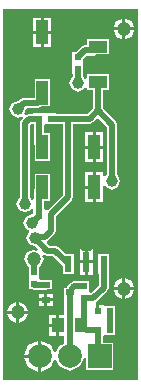
<source format=gtl>
G04*
G04 #@! TF.GenerationSoftware,Altium Limited,Altium Designer,20.1.7 (139)*
G04*
G04 Layer_Physical_Order=1*
G04 Layer_Color=255*
%FSLAX44Y44*%
%MOMM*%
G71*
G04*
G04 #@! TF.SameCoordinates,EAEC4F56-8EE0-43A8-A4D0-7A7E52DB7783*
G04*
G04*
G04 #@! TF.FilePolarity,Positive*
G04*
G01*
G75*
%ADD10C,0.3000*%
%ADD11R,1.0000X2.0000*%
%ADD12R,0.7000X0.5000*%
%ADD13R,0.6000X0.6000*%
%ADD14R,0.6000X0.6000*%
%ADD15R,0.6000X1.4000*%
%ADD16R,0.6000X1.8000*%
%ADD17R,1.0000X1.2500*%
%ADD18R,1.6000X1.0000*%
%ADD19R,1.0000X2.0000*%
%ADD20C,0.5000*%
%ADD21C,0.2500*%
%ADD22R,2.0000X2.0000*%
%ADD23C,2.0000*%
%ADD24C,1.2000*%
%ADD25C,1.0000*%
G36*
X117002Y2998D02*
X2998D01*
Y317002D01*
X117002D01*
X117002Y2998D01*
D02*
G37*
%LPC*%
G36*
X106270Y308718D02*
Y301270D01*
X113718D01*
X111536Y306536D01*
X106270Y308718D01*
D02*
G37*
G36*
X103730D02*
X98464Y306536D01*
X96282Y301270D01*
X103730D01*
Y308718D01*
D02*
G37*
G36*
X43540Y309540D02*
X37270D01*
Y298270D01*
X43540D01*
Y309540D01*
D02*
G37*
G36*
X34730D02*
X28460D01*
Y298270D01*
X34730D01*
Y309540D01*
D02*
G37*
G36*
X113718Y298730D02*
X106270D01*
Y291283D01*
X111536Y293464D01*
X113718Y298730D01*
D02*
G37*
G36*
X103730D02*
X96282D01*
X98464Y293464D01*
X103730Y291283D01*
Y298730D01*
D02*
G37*
G36*
X43540Y295730D02*
X37270D01*
Y284460D01*
X43540D01*
Y295730D01*
D02*
G37*
G36*
X34730D02*
X28460D01*
Y284460D01*
X34730D01*
Y295730D01*
D02*
G37*
G36*
X92500Y291500D02*
X73500D01*
Y286072D01*
X71743D01*
X68681Y284804D01*
X64377Y280500D01*
X61500D01*
X61500Y271000D01*
X61500Y269500D01*
Y261500D01*
X61670D01*
Y259242D01*
X61025Y258975D01*
X58964Y254000D01*
X61025Y249025D01*
X66000Y246964D01*
X70975Y249025D01*
X71500Y250293D01*
X73500Y249895D01*
Y248500D01*
X78671D01*
Y232793D01*
X74207Y228330D01*
X47500D01*
Y228500D01*
X38000Y228500D01*
X36500Y228500D01*
X28500D01*
Y227830D01*
X24500D01*
X22053Y226816D01*
X20460Y228196D01*
X22036Y232000D01*
X23716Y233170D01*
X32500D01*
X35561Y234438D01*
X35623Y234500D01*
X42500D01*
Y257500D01*
X29500D01*
Y241829D01*
X20500D01*
X17438Y240561D01*
X15645Y238768D01*
X15000Y239035D01*
X10025Y236975D01*
X7964Y232000D01*
X10025Y227025D01*
X15000Y224964D01*
X18436Y226388D01*
X19569Y224692D01*
X17938Y223062D01*
X16670Y220000D01*
Y157242D01*
X16025Y156975D01*
X13964Y152000D01*
X16025Y147025D01*
X21000Y144965D01*
X25975Y147025D01*
X26301Y147812D01*
X28356Y147547D01*
X28500Y146500D01*
D01*
X28481Y144508D01*
X27000Y143036D01*
X22025Y140975D01*
X19964Y136000D01*
X22025Y131025D01*
X24543Y129982D01*
Y128153D01*
X24472Y127847D01*
X22464Y123000D01*
X24525Y118025D01*
X29500Y115964D01*
X30145Y116232D01*
X32575Y113802D01*
X31442Y112106D01*
X29000Y113118D01*
X23260Y110740D01*
X20882Y105000D01*
X23037Y99797D01*
X23260Y99260D01*
X23260Y99260D01*
X24500Y98500D01*
X24500Y89000D01*
X24500Y87500D01*
Y79500D01*
X28204D01*
X29000Y79170D01*
X39000D01*
X39796Y79500D01*
X44000D01*
Y87500D01*
X39796D01*
X39000Y87830D01*
X34296D01*
X33500Y89500D01*
X33500Y90500D01*
Y98500D01*
X34740Y99260D01*
X34740Y99260D01*
X34963Y99797D01*
X37118Y105000D01*
X36003Y107692D01*
X36270Y108041D01*
X37616Y109024D01*
X40228Y107942D01*
X44935D01*
X53439Y99438D01*
X53500Y99413D01*
Y92500D01*
X62500D01*
Y109500D01*
X55623D01*
X49790Y115333D01*
X46728Y116601D01*
X42022D01*
X39964Y118659D01*
X40354Y120620D01*
X41018Y120895D01*
X46062Y125939D01*
X47330Y129000D01*
Y137500D01*
X47500D01*
Y141377D01*
X61061Y154938D01*
X62330Y158000D01*
Y219671D01*
X76000D01*
X79061Y220938D01*
X83000Y224877D01*
X90670Y217207D01*
Y176271D01*
X90620Y176222D01*
X90025Y175975D01*
X89787Y175401D01*
X89509Y175126D01*
X87540Y175583D01*
Y178540D01*
X81270D01*
Y166000D01*
Y153460D01*
X87540D01*
Y166798D01*
X89540Y167196D01*
X90025Y166025D01*
X95000Y163964D01*
X99975Y166025D01*
X102036Y171000D01*
X99975Y175975D01*
X99330Y176242D01*
Y219000D01*
X98061Y222062D01*
X87330Y232793D01*
Y248500D01*
X92500D01*
Y261500D01*
X73500D01*
Y258105D01*
X71500Y257707D01*
X70975Y258975D01*
X70330Y259242D01*
Y261500D01*
X70500D01*
X70500Y271000D01*
X70500Y274377D01*
X73536Y277413D01*
X79743D01*
X82367Y278500D01*
X92500D01*
Y291500D01*
D02*
G37*
G36*
X87540Y212540D02*
X81270D01*
Y201270D01*
X87540D01*
Y212540D01*
D02*
G37*
G36*
X78730D02*
X72460D01*
Y201270D01*
X78730D01*
Y212540D01*
D02*
G37*
G36*
X87540Y198730D02*
X81270D01*
Y187460D01*
X87540D01*
Y198730D01*
D02*
G37*
G36*
X78730D02*
X72460D01*
Y187460D01*
X78730D01*
Y198730D01*
D02*
G37*
G36*
Y178540D02*
X72460D01*
Y167270D01*
X78730D01*
Y178540D01*
D02*
G37*
G36*
Y164730D02*
X72460D01*
Y153460D01*
X78730D01*
Y164730D01*
D02*
G37*
G36*
X78540Y114540D02*
X78540D01*
X76000Y112000D01*
X74270D01*
Y104270D01*
X78540D01*
Y114540D01*
D02*
G37*
G36*
X67460D02*
X67460D01*
Y104270D01*
X71730D01*
Y112000D01*
X70000D01*
X67460Y114540D01*
D02*
G37*
G36*
X78540Y101730D02*
X74270D01*
Y91460D01*
X78540D01*
Y101730D01*
D02*
G37*
G36*
X71730D02*
X67460D01*
Y91460D01*
X71730D01*
Y101730D01*
D02*
G37*
G36*
X106270Y88718D02*
Y81270D01*
X113718D01*
X111536Y86536D01*
X106270Y88718D01*
D02*
G37*
G36*
X103730D02*
X98464Y86536D01*
X96282Y81270D01*
X103730D01*
Y88718D01*
D02*
G37*
G36*
X92500Y109500D02*
X83500D01*
Y92500D01*
X83670D01*
Y82793D01*
X77464Y76587D01*
X77115Y76571D01*
X75500Y78022D01*
Y86500D01*
X66500D01*
Y86329D01*
X62929D01*
X59868Y85062D01*
X56939Y82133D01*
X56469Y81000D01*
X54000D01*
Y73000D01*
X54670D01*
Y57790D01*
X50270D01*
Y49000D01*
Y40210D01*
X54670D01*
Y33654D01*
X50198Y31802D01*
X47863Y26163D01*
X45863D01*
X43198Y32598D01*
X34870Y36047D01*
Y23000D01*
Y9953D01*
X43198Y13402D01*
X45863Y19836D01*
X47863D01*
X50198Y14198D01*
X59000Y10553D01*
X67802Y14198D01*
X70900Y21678D01*
X72900Y21280D01*
Y11500D01*
X95900D01*
Y34500D01*
X87330D01*
Y38985D01*
X88500Y40500D01*
X89500Y40500D01*
X97500D01*
Y49500D01*
X97330D01*
Y56500D01*
X97500D01*
Y65500D01*
X88540D01*
Y66540D01*
X84270D01*
Y61000D01*
X81730D01*
Y66540D01*
X81497D01*
X81099Y68540D01*
X82061Y68938D01*
X91061Y77938D01*
X92330Y81000D01*
Y92500D01*
X92500D01*
Y109500D01*
D02*
G37*
G36*
X45040Y75540D02*
X40270D01*
Y71770D01*
X45040D01*
Y75540D01*
D02*
G37*
G36*
X37730D02*
X32960D01*
Y71770D01*
X37730D01*
Y75540D01*
D02*
G37*
G36*
X113718Y78730D02*
X106270D01*
Y71282D01*
X111536Y73464D01*
X113718Y78730D01*
D02*
G37*
G36*
X103730D02*
X96282D01*
X98464Y73464D01*
X103730Y71282D01*
Y78730D01*
D02*
G37*
G36*
X45040Y69230D02*
X40270D01*
Y65460D01*
X45040D01*
Y69230D01*
D02*
G37*
G36*
X37730D02*
X32960D01*
Y65460D01*
X37730D01*
Y69230D01*
D02*
G37*
G36*
X16270Y68718D02*
Y61270D01*
X23718D01*
X21536Y66536D01*
X16270Y68718D01*
D02*
G37*
G36*
X13730D02*
X8464Y66536D01*
X6282Y61270D01*
X13730D01*
Y68718D01*
D02*
G37*
G36*
X23718Y58730D02*
X16270D01*
Y51282D01*
X21536Y53464D01*
X23718Y58730D01*
D02*
G37*
G36*
X13730D02*
X6282D01*
X8464Y53464D01*
X13730Y51282D01*
Y58730D01*
D02*
G37*
G36*
X47730Y57790D02*
X41460D01*
Y50270D01*
X47730D01*
Y57790D01*
D02*
G37*
G36*
Y47730D02*
X41460D01*
Y40210D01*
X47730D01*
Y47730D01*
D02*
G37*
G36*
X32330Y36047D02*
X24002Y32598D01*
X20553Y24270D01*
X32330D01*
Y36047D01*
D02*
G37*
G36*
Y21730D02*
X20553D01*
X24002Y13402D01*
X32330Y9953D01*
Y21730D01*
D02*
G37*
%LPD*%
G36*
X53670Y159793D02*
X40438Y146561D01*
X40413Y146500D01*
X38500D01*
X37330Y148015D01*
Y154500D01*
X42500D01*
Y177500D01*
X29500D01*
Y165003D01*
X28670Y163000D01*
Y155693D01*
X26670Y155296D01*
X25975Y156975D01*
X25329Y157242D01*
Y218207D01*
X26293Y219170D01*
X28670D01*
Y203000D01*
X29500Y200997D01*
Y188500D01*
X42500D01*
Y211500D01*
X37330D01*
Y217985D01*
X38500Y219500D01*
X39500Y219500D01*
X47500D01*
Y219671D01*
X53670D01*
Y159793D01*
D02*
G37*
D10*
X69000Y49000D02*
G03*
X73000Y45000I4000J0D01*
G01*
X69000Y49000D02*
G03*
X71000Y51000I0J2000D01*
G01*
X83000Y24400D02*
G03*
X84400Y23000I1400J0D01*
G01*
X56500Y102500D02*
X58000Y101000D01*
X71000Y66000D02*
X71000D01*
D11*
X80000Y200000D02*
D03*
X36000D02*
D03*
X80000Y166000D02*
D03*
X36000D02*
D03*
D12*
X39000Y83500D02*
D03*
Y70500D02*
D03*
X59000Y77000D02*
D03*
D13*
X29000Y84000D02*
D03*
Y94000D02*
D03*
X71000Y72000D02*
D03*
Y82000D02*
D03*
X66000Y266000D02*
D03*
Y276000D02*
D03*
D14*
X93000Y45000D02*
D03*
X83000D02*
D03*
X43000Y224000D02*
D03*
X33000D02*
D03*
X93000Y61000D02*
D03*
X83000D02*
D03*
X43000Y142000D02*
D03*
X33000D02*
D03*
D15*
X58000Y101000D02*
D03*
X88000D02*
D03*
D16*
X73000Y103000D02*
D03*
D17*
X49000Y49000D02*
D03*
X69000D02*
D03*
D18*
X83000Y285000D02*
D03*
Y255000D02*
D03*
D19*
X36000Y297000D02*
D03*
Y246000D02*
D03*
D20*
X58000Y158000D02*
Y224000D01*
X43000Y142000D02*
X43500Y142500D01*
Y143500D01*
X58000Y158000D01*
X95000Y171000D02*
Y219000D01*
X83000Y231000D02*
X95000Y219000D01*
X58000Y224000D02*
X76000D01*
X83000Y231000D02*
Y255000D01*
X76000Y224000D02*
X83000Y231000D01*
X43000Y224000D02*
X58000D01*
X43000Y129000D02*
Y142000D01*
X37957Y123957D02*
X43000Y129000D01*
X29500Y123000D02*
X30457Y123957D01*
X37957D01*
X27000Y136000D02*
X27000D01*
X33000Y142000D01*
X46728Y112272D02*
X56500Y102500D01*
X40228Y112272D02*
X46728D01*
X29500Y123000D02*
X40228Y112272D01*
X29000Y83500D02*
X39000D01*
X60000Y77000D02*
Y79071D01*
X62929Y82000D01*
X71000D01*
X71000Y82000D01*
X59000Y77000D02*
X60000D01*
X93000Y45000D02*
Y61000D01*
X66000Y254000D02*
Y266000D01*
X36000Y241000D02*
Y246000D01*
X32500Y237500D02*
X36000Y241000D01*
X20500Y237500D02*
X32500D01*
X15000Y232000D02*
X20500Y237500D01*
X21000Y220000D02*
X24500Y223500D01*
X21000Y152000D02*
Y220000D01*
X24500Y223500D02*
X32500D01*
X33000Y224000D01*
Y203000D02*
Y224000D01*
Y203000D02*
X36000Y200000D01*
X33000Y142000D02*
Y163000D01*
X36000Y166000D01*
X29000Y94000D02*
Y105000D01*
X71000Y66000D02*
Y72000D01*
X59000Y23000D02*
Y77000D01*
X71000Y51000D02*
Y66000D01*
X83000Y24400D02*
Y45000D01*
X79000Y72000D02*
X88000Y81000D01*
Y101000D01*
X73000Y45000D02*
X83000D01*
X71000Y72000D02*
X79000D01*
X79743Y281743D02*
X83000Y285000D01*
X71743Y281743D02*
X79743D01*
X66000Y276000D02*
X71743Y281743D01*
D21*
X66000Y266000D02*
X66000Y266000D01*
D22*
X84400Y23000D02*
D03*
D23*
X59000D02*
D03*
X33600D02*
D03*
D24*
X105000Y300000D02*
D03*
Y80000D02*
D03*
X15000Y60000D02*
D03*
X29000Y105000D02*
D03*
D25*
X27000Y136000D02*
D03*
X66000Y254000D02*
D03*
X95000Y171000D02*
D03*
X15000Y232000D02*
D03*
X21000Y152000D02*
D03*
X29500Y123000D02*
D03*
M02*

</source>
